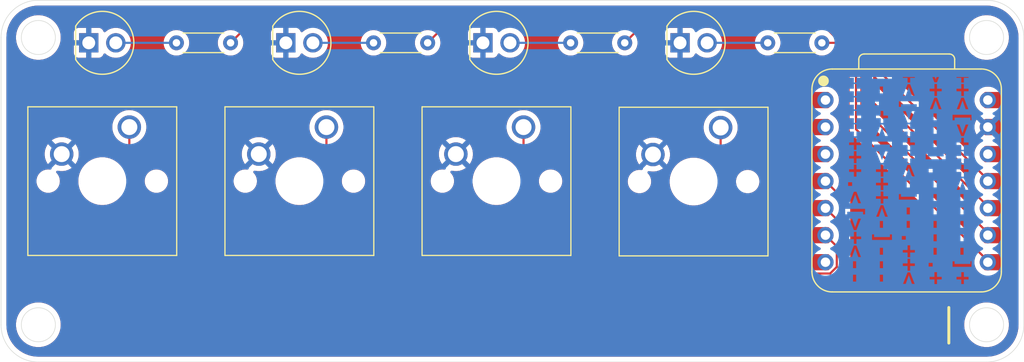
<source format=kicad_pcb>
(kicad_pcb (version 20241229) (generator "pcbnew") (generator_version "9.0")
  (layers (0 "F.Cu" signal) (2 "B.Cu" signal) (13 "F.Paste" user) (15 "B.Paste" user) (5 "F.SilkS" user "F.Silkscreen") (7 "B.SilkS" user "B.Silkscreen") (1 "F.Mask" user) (3 "B.Mask" user) (25 "Edge.Cuts" user))
  (net 0 "")
  (net 1 "GND")
  (net 2 "Net-(D1-PadA)")
  (net 3 "Net-(D2-PadA)")
  (net 4 "Net-(D3-PadA)")
  (net 5 "Net-(D4-PadA)")
  (net 6 "d1")
  (net 7 "d2")
  (net 8 "d3")
  (net 9 "d4")
  (net 10 "sw1")
  (net 11 "sw2")
  (net 12 "sw3")
  (net 13 "sw4")
  (footprint "Button_Switch_Keyboard:SW_Cherry_MX_1.00u_PCB" (layer "F.Cu") (at 144.04 54.92)
    (property "Reference" "SW3" (hide yes))
    (property "Value" "SW_Push")
    (fp_line (start -9.525 -1.905) (end 4.445 -1.905) (stroke (width 0.12)) (layer "F.SilkS"))
    (fp_line (start -9.525 12.065) (end -9.525 -1.905) (stroke (width 0.12)) (layer "F.SilkS"))
    (fp_line (start 4.445 -1.905) (end 4.445 12.065) (stroke (width 0.12)) (layer "F.SilkS"))
    (fp_line (start 4.445 12.065) (end -9.525 12.065) (stroke (width 0.12)) (layer "F.SilkS"))
    (pad "" np_thru_hole circle (at -7.62 5.08) (size 1.7 1.7) (drill 1.7) (layers "*.Cu" "*.Mask"))
    (pad "" np_thru_hole circle (at -2.54 5.08) (size 4 4) (drill 4) (layers "*.Cu" "*.Mask"))
    (pad "" np_thru_hole circle (at 2.54 5.08) (size 1.7 1.7) (drill 1.7) (layers "*.Cu" "*.Mask"))
    (pad "1" thru_hole circle (at 0 0) (size 2.2 2.2) (drill 1.5) (layers "*.Cu" "*.Mask") (net 12 "sw3"))
    (pad "2" thru_hole circle (at -6.35 2.54) (size 2.2 2.2) (drill 1.5) (layers "*.Cu" "*.Mask") (net 1 "GND"))
  )
  (footprint "Resistor_THT:R_Axial_DIN0204_L3.6mm_D1.6mm_P5.08mm_Horizontal" (layer "F.Cu") (at 148.46 47)
    (property "Reference" "R3" (hide yes))
    (property "Value" "R")
    (fp_line (start 0.62 -0.92) (end 4.46 -0.92) (stroke (width 0.12)) (layer "F.SilkS"))
    (fp_line (start 0.62 0.92) (end 4.46 0.92) (stroke (width 0.12)) (layer "F.SilkS"))
    (pad "1" thru_hole circle (at 0 0) (size 1.4 1.4) (drill 0.7) (layers "*.Cu" "*.Mask") (net 4 "Net-(D3-PadA)"))
    (pad "2" thru_hole circle (at 5.08 0) (size 1.4 1.4) (drill 0.7) (layers "*.Cu" "*.Mask") (net 8 "d3"))
  )
  (footprint "footprints:LEDRD254W57D500H1070" (layer "F.Cu") (at 141.5 47)
    (property "Reference" "D3" (hide yes))
    (property "Value" "L08R5000Q1" (hide yes))
    (fp_line (start -2.5 -1.566) (end -2.5 1.566) (stroke (width 0.127)) (layer "F.SilkS"))
    (fp_arc (start -2.5 -1.566) (mid 2.961291 0) (end -2.5 1.566) (stroke (width 0.127)) (layer "F.SilkS"))
    (pad "A" thru_hole circle (at 1.27 0) (size 1.815 1.815) (drill 1.21) (layers "*.Cu" "*.Mask") (net 4 "Net-(D3-PadA)"))
    (pad "C" thru_hole rect (at -1.27 0) (size 1.815 1.815) (drill 1.21) (layers "*.Cu" "*.Mask") (net 1 "GND"))
  )
  (footprint "Button_Switch_Keyboard:SW_Cherry_MX_1.00u_PCB" (layer "F.Cu") (at 125.54 54.92)
    (property "Reference" "SW2" (hide yes))
    (property "Value" "SW_Push")
    (fp_line (start -9.525 -1.905) (end 4.445 -1.905) (stroke (width 0.12)) (layer "F.SilkS"))
    (fp_line (start -9.525 12.065) (end -9.525 -1.905) (stroke (width 0.12)) (layer "F.SilkS"))
    (fp_line (start 4.445 -1.905) (end 4.445 12.065) (stroke (width 0.12)) (layer "F.SilkS"))
    (fp_line (start 4.445 12.065) (end -9.525 12.065) (stroke (width 0.12)) (layer "F.SilkS"))
    (pad "" np_thru_hole circle (at -7.62 5.08) (size 1.7 1.7) (drill 1.7) (layers "*.Cu" "*.Mask"))
    (pad "" np_thru_hole circle (at -2.54 5.08) (size 4 4) (drill 4) (layers "*.Cu" "*.Mask"))
    (pad "" np_thru_hole circle (at 2.54 5.08) (size 1.7 1.7) (drill 1.7) (layers "*.Cu" "*.Mask"))
    (pad "1" thru_hole circle (at 0 0) (size 2.2 2.2) (drill 1.5) (layers "*.Cu" "*.Mask") (net 11 "sw2"))
    (pad "2" thru_hole circle (at -6.35 2.54) (size 2.2 2.2) (drill 1.5) (layers "*.Cu" "*.Mask") (net 1 "GND"))
  )
  (footprint "Resistor_THT:R_Axial_DIN0204_L3.6mm_D1.6mm_P5.08mm_Horizontal" (layer "F.Cu") (at 129.96 47)
    (property "Reference" "R2" (hide yes))
    (property "Value" "R")
    (fp_line (start 0.62 -0.92) (end 4.46 -0.92) (stroke (width 0.12)) (layer "F.SilkS"))
    (fp_line (start 0.62 0.92) (end 4.46 0.92) (stroke (width 0.12)) (layer "F.SilkS"))
    (pad "1" thru_hole circle (at 0 0) (size 1.4 1.4) (drill 0.7) (layers "*.Cu" "*.Mask") (net 3 "Net-(D2-PadA)"))
    (pad "2" thru_hole circle (at 5.08 0) (size 1.4 1.4) (drill 0.7) (layers "*.Cu" "*.Mask") (net 7 "d2"))
  )
  (footprint "Button_Switch_Keyboard:SW_Cherry_MX_1.00u_PCB" (layer "F.Cu") (at 107.04 54.92)
    (property "Reference" "SW1" (hide yes))
    (property "Value" "SW_Push")
    (fp_line (start -9.525 -1.905) (end 4.445 -1.905) (stroke (width 0.12)) (layer "F.SilkS"))
    (fp_line (start -9.525 12.065) (end -9.525 -1.905) (stroke (width 0.12)) (layer "F.SilkS"))
    (fp_line (start 4.445 -1.905) (end 4.445 12.065) (stroke (width 0.12)) (layer "F.SilkS"))
    (fp_line (start 4.445 12.065) (end -9.525 12.065) (stroke (width 0.12)) (layer "F.SilkS"))
    (pad "" np_thru_hole circle (at -7.62 5.08) (size 1.7 1.7) (drill 1.7) (layers "*.Cu" "*.Mask"))
    (pad "" np_thru_hole circle (at -2.54 5.08) (size 4 4) (drill 4) (layers "*.Cu" "*.Mask"))
    (pad "" np_thru_hole circle (at 2.54 5.08) (size 1.7 1.7) (drill 1.7) (layers "*.Cu" "*.Mask"))
    (pad "1" thru_hole circle (at 0 0) (size 2.2 2.2) (drill 1.5) (layers "*.Cu" "*.Mask") (net 10 "sw1"))
    (pad "2" thru_hole circle (at -6.35 2.54) (size 2.2 2.2) (drill 1.5) (layers "*.Cu" "*.Mask") (net 1 "GND"))
  )
  (footprint "Resistor_THT:R_Axial_DIN0204_L3.6mm_D1.6mm_P5.08mm_Horizontal" (layer "F.Cu") (at 111.46 47)
    (property "Reference" "R1" (hide yes))
    (property "Value" "R")
    (fp_line (start 0.62 -0.92) (end 4.46 -0.92) (stroke (width 0.12)) (layer "F.SilkS"))
    (fp_line (start 0.62 0.92) (end 4.46 0.92) (stroke (width 0.12)) (layer "F.SilkS"))
    (pad "1" thru_hole circle (at 0 0) (size 1.4 1.4) (drill 0.7) (layers "*.Cu" "*.Mask") (net 2 "Net-(D1-PadA)"))
    (pad "2" thru_hole circle (at 5.08 0) (size 1.4 1.4) (drill 0.7) (layers "*.Cu" "*.Mask") (net 6 "d1"))
  )
  (footprint "footprints:LEDRD254W57D500H1070" (layer "F.Cu") (at 104.5 47)
    (property "Reference" "D1" (hide yes))
    (property "Value" "L08R5000Q1" (hide yes))
    (fp_line (start -2.5 -1.566) (end -2.5 1.566) (stroke (width 0.127)) (layer "F.SilkS"))
    (fp_arc (start -2.5 -1.566) (mid 2.961291 0) (end -2.5 1.566) (stroke (width 0.127)) (layer "F.SilkS"))
    (pad "A" thru_hole circle (at 1.27 0) (size 1.815 1.815) (drill 1.21) (layers "*.Cu" "*.Mask") (net 2 "Net-(D1-PadA)"))
    (pad "C" thru_hole rect (at -1.27 0) (size 1.815 1.815) (drill 1.21) (layers "*.Cu" "*.Mask") (net 1 "GND"))
  )
  (footprint "footprints:LEDRD254W57D500H1070" (layer "F.Cu") (at 123 47)
    (property "Reference" "D2" (hide yes))
    (property "Value" "L08R5000Q1" (hide yes))
    (fp_line (start -2.5 -1.566) (end -2.5 1.566) (stroke (width 0.127)) (layer "F.SilkS"))
    (fp_arc (start -2.5 -1.566) (mid 2.961291 0) (end -2.5 1.566) (stroke (width 0.127)) (layer "F.SilkS"))
    (pad "A" thru_hole circle (at 1.27 0) (size 1.815 1.815) (drill 1.21) (layers "*.Cu" "*.Mask") (net 3 "Net-(D2-PadA)"))
    (pad "C" thru_hole rect (at -1.27 0) (size 1.815 1.815) (drill 1.21) (layers "*.Cu" "*.Mask") (net 1 "GND"))
  )
  (footprint "footprints:XIAO-RP2040-DIP" (layer "F.Cu") (at 180 60)
    (property "Reference" "U1" (hide yes))
    (property "Value" "XIAO-RP2040-DIP")
    (fp_line (start -8.89 8.509) (end -8.89 -8.636) (stroke (width 0.127)) (layer "F.SilkS"))
    (fp_line (start -6.985 10.414) (end 6.985 10.414) (stroke (width 0.127)) (layer "F.SilkS"))
    (fp_line (start -4.495 -10.541) (end -4.491272 -11.451272) (stroke (width 0.127)) (layer "F.SilkS"))
    (fp_line (start -3.991272 -11.951) (end 4.004 -11.951) (stroke (width 0.127)) (layer "F.SilkS"))
    (fp_line (start 4.504 -11.451) (end 4.504 -10.541) (stroke (width 0.127)) (layer "F.SilkS"))
    (fp_line (start 6.985 -10.541) (end -6.985 -10.541) (stroke (width 0.1)) (layer "F.SilkS"))
    (fp_line (start 6.985 -10.541) (end -6.985 -10.541) (stroke (width 0.127)) (layer "F.SilkS"))
    (fp_line (start 8.89 8.509) (end 8.89 -8.636) (stroke (width 0.127)) (layer "F.SilkS"))
    (fp_arc (start -8.89 -8.636) (mid -8.332038 -9.983038) (end -6.985 -10.541) (stroke (width 0.127)) (layer "F.SilkS"))
    (fp_arc (start -6.985 10.414) (mid -8.332038 9.856038) (end -8.89 8.509) (stroke (width 0.127)) (layer "F.SilkS"))
    (fp_arc (start -4.491272 -11.451272) (mid -4.344728 -11.80464) (end -3.991272 -11.951) (stroke (width 0.127)) (layer "F.SilkS"))
    (fp_arc (start 4.004 -11.951) (mid 4.357553 -11.804553) (end 4.504 -11.451) (stroke (width 0.127)) (layer "F.SilkS"))
    (fp_arc (start 6.985 -10.541) (mid 8.332038 -9.983038) (end 8.89 -8.636) (stroke (width 0.127)) (layer "F.SilkS"))
    (fp_arc (start 8.89 8.509) (mid 8.332038 9.856038) (end 6.985 10.414) (stroke (width 0.127)) (layer "F.SilkS"))
    (fp_circle (center -7.807 -9.42) (end -7.807 -9.674) (stroke (width 0.5)) (fill yes) (layer "F.SilkS"))
    (pad "1" smd roundrect (at -8.455 -7.62 180) (size 2.432 1.524) (layers "F.Cu" "F.Mask") (roundrect_rratio 0.1))
    (pad "1" thru_hole circle (at -7.62 -7.62 180) (size 1.524 1.524) (drill 0.889) (layers "*.Cu" "*.Mask"))
    (pad "2" smd roundrect (at -8.455 -5.08 180) (size 2.432 1.524) (layers "F.Cu" "F.Mask") (roundrect_rratio 0.1))
    (pad "2" thru_hole circle (at -7.62 -5.08 180) (size 1.524 1.524) (drill 0.889) (layers "*.Cu" "*.Mask"))
    (pad "3" smd roundrect (at -8.455 -2.54 180) (size 2.432 1.524) (layers "F.Cu" "F.Mask") (roundrect_rratio 0.1))
    (pad "3" thru_hole circle (at -7.62 -2.54 180) (size 1.524 1.524) (drill 0.889) (layers "*.Cu" "*.Mask"))
    (pad "4" smd roundrect (at -8.455 0 180) (size 2.432 1.524) (layers "F.Cu" "F.Mask") (roundrect_rratio 0.1) (net 10 "sw1"))
    (pad "4" thru_hole circle (at -7.62 0 180) (size 1.524 1.524) (drill 0.889) (layers "*.Cu" "*.Mask") (net 10 "sw1"))
    (pad "5" smd roundrect (at -8.455 2.54 180) (size 2.432 1.524) (layers "F.Cu" "F.Mask") (roundrect_rratio 0.1) (net 11 "sw2"))
    (pad "5" thru_hole circle (at -7.62 2.54 180) (size 1.524 1.524) (drill 0.889) (layers "*.Cu" "*.Mask") (net 11 "sw2"))
    (pad "6" smd roundrect (at -8.455 5.08 180) (size 2.432 1.524) (layers "F.Cu" "F.Mask") (roundrect_rratio 0.1) (net 12 "sw3"))
    (pad "6" thru_hole circle (at -7.62 5.08 180) (size 1.524 1.524) (drill 0.889) (layers "*.Cu" "*.Mask") (net 12 "sw3"))
    (pad "7" smd roundrect (at -8.455 7.62 180) (size 2.432 1.524) (layers "F.Cu" "F.Mask") (roundrect_rratio 0.1) (net 13 "sw4"))
    (pad "7" thru_hole circle (at -7.62 7.62 180) (size 1.524 1.524) (drill 0.889) (layers "*.Cu" "*.Mask") (net 13 "sw4"))
    (pad "8" thru_hole circle (at 7.62 7.62) (size 1.524 1.524) (drill 0.889) (layers "*.Cu" "*.Mask") (net 9 "d4"))
    (pad "8" smd roundrect (at 8.455 7.62) (size 2.432 1.524) (layers "F.Cu" "F.Mask") (roundrect_rratio 0.1) (net 9 "d4"))
    (pad "9" thru_hole circle (at 7.62 5.08) (size 1.524 1.524) (drill 0.889) (layers "*.Cu" "*.Mask") (net 8 "d3"))
    (pad "9" smd roundrect (at 8.455 5.08) (size 2.432 1.524) (layers "F.Cu" "F.Mask") (roundrect_rratio 0.1) (net 8 "d3"))
    (pad "10" thru_hole circle (at 7.62 2.54) (size 1.524 1.524) (drill 0.889) (layers "*.Cu" "*.Mask") (net 7 "d2"))
    (pad "10" smd roundrect (at 8.455 2.54) (size 2.432 1.524) (layers "F.Cu" "F.Mask") (roundrect_rratio 0.1) (net 7 "d2"))
    (pad "11" thru_hole circle (at 7.62 0) (size 1.524 1.524) (drill 0.889) (layers "*.Cu" "*.Mask") (net 6 "d1"))
    (pad "11" smd roundrect (at 8.455 0) (size 2.432 1.524) (layers "F.Cu" "F.Mask") (roundrect_rratio 0.1) (net 6 "d1"))
    (pad "12" thru_hole circle (at 7.62 -2.54) (size 1.524 1.524) (drill 0.889) (layers "*.Cu" "*.Mask"))
    (pad "12" smd roundrect (at 8.455 -2.54) (size 2.432 1.524) (layers "F.Cu" "F.Mask") (roundrect_rratio 0.1))
    (pad "13" thru_hole circle (at 7.62 -5.08) (size 1.524 1.524) (drill 0.889) (layers "*.Cu" "*.Mask") (net 1 "GND"))
    (pad "13" smd roundrect (at 8.455 -5.08) (size 2.432 1.524) (layers "F.Cu" "F.Mask") (roundrect_rratio 0.1) (net 1 "GND"))
    (pad "14" thru_hole circle (at 7.62 -7.62) (size 1.524 1.524) (drill 0.889) (layers "*.Cu" "*.Mask"))
    (pad "14" smd roundrect (at 8.455 -7.62) (size 2.432 1.524) (layers "F.Cu" "F.Mask") (roundrect_rratio 0.1))
  )
  (footprint "Resistor_THT:R_Axial_DIN0204_L3.6mm_D1.6mm_P5.08mm_Horizontal" (layer "F.Cu") (at 166.96 47)
    (property "Reference" "R4" (hide yes))
    (property "Value" "R")
    (fp_line (start 0.62 -0.92) (end 4.46 -0.92) (stroke (width 0.12)) (layer "F.SilkS"))
    (fp_line (start 0.62 0.92) (end 4.46 0.92) (stroke (width 0.12)) (layer "F.SilkS"))
    (pad "1" thru_hole circle (at 0 0) (size 1.4 1.4) (drill 0.7) (layers "*.Cu" "*.Mask") (net 5 "Net-(D4-PadA)"))
    (pad "2" thru_hole circle (at 5.08 0) (size 1.4 1.4) (drill 0.7) (layers "*.Cu" "*.Mask") (net 9 "d4"))
  )
  (footprint "footprints:LEDRD254W57D500H1070" (layer "F.Cu") (at 160 47)
    (property "Reference" "D4" (hide yes))
    (property "Value" "L08R5000Q1" (hide yes))
    (fp_line (start -2.5 -1.566) (end -2.5 1.566) (stroke (width 0.127)) (layer "F.SilkS"))
    (fp_arc (start -2.5 -1.566) (mid 2.961291 0) (end -2.5 1.566) (stroke (width 0.127)) (layer "F.SilkS"))
    (pad "A" thru_hole circle (at 1.27 0) (size 1.815 1.815) (drill 1.21) (layers "*.Cu" "*.Mask") (net 5 "Net-(D4-PadA)"))
    (pad "C" thru_hole rect (at -1.27 0) (size 1.815 1.815) (drill 1.21) (layers "*.Cu" "*.Mask") (net 1 "GND"))
  )
  (footprint "Button_Switch_Keyboard:SW_Cherry_MX_1.00u_PCB" (layer "F.Cu") (at 162.54 54.96)
    (property "Reference" "SW4" (hide yes))
    (property "Value" "SW_Push")
    (fp_line (start -9.525 -1.905) (end 4.445 -1.905) (stroke (width 0.12)) (layer "F.SilkS"))
    (fp_line (start -9.525 12.065) (end -9.525 -1.905) (stroke (width 0.12)) (layer "F.SilkS"))
    (fp_line (start 4.445 -1.905) (end 4.445 12.065) (stroke (width 0.12)) (layer "F.SilkS"))
    (fp_line (start 4.445 12.065) (end -9.525 12.065) (stroke (width 0.12)) (layer "F.SilkS"))
    (pad "" np_thru_hole circle (at -7.62 5.08) (size 1.7 1.7) (drill 1.7) (layers "*.Cu" "*.Mask"))
    (pad "" np_thru_hole circle (at -2.54 5.08) (size 4 4) (drill 4) (layers "*.Cu" "*.Mask"))
    (pad "" np_thru_hole circle (at 2.54 5.08) (size 1.7 1.7) (drill 1.7) (layers "*.Cu" "*.Mask"))
    (pad "1" thru_hole circle (at 0 0) (size 2.2 2.2) (drill 1.5) (layers "*.Cu" "*.Mask") (net 13 "sw4"))
    (pad "2" thru_hole circle (at -6.35 2.54) (size 2.2 2.2) (drill 1.5) (layers "*.Cu" "*.Mask") (net 1 "GND"))
  )
  (gr_line (start 183.957175 71.878473) (end 183.957175 75.219695) (stroke (width 0.275)) (layer "F.SilkS"))
  (gr_arc (start 98.5 77) (mid 96.025126 75.974874) (end 95 73.5) (stroke (width 0.05)) (layer "Edge.Cuts"))
  (gr_circle (center 98.5 73.5) (end 100.1 73.5) (stroke (width 0.05)) (fill no) (layer "Edge.Cuts"))
  (gr_circle (center 187.5 46.5) (end 189.1 46.5) (stroke (width 0.05)) (fill no) (layer "Edge.Cuts"))
  (gr_line (start 98.5 43) (end 187.5 43) (stroke (width 0.05)) (layer "Edge.Cuts"))
  (gr_line (start 95 73.5) (end 95 46.5) (stroke (width 0.05)) (layer "Edge.Cuts"))
  (gr_arc (start 187.5 43) (mid 189.974874 44.025126) (end 191 46.5) (stroke (width 0.05)) (layer "Edge.Cuts"))
  (gr_arc (start 191 73.5) (mid 189.974874 75.974874) (end 187.5 77) (stroke (width 0.05)) (layer "Edge.Cuts"))
  (gr_circle (center 187.5 73.5) (end 189.1 73.5) (stroke (width 0.05)) (fill no) (layer "Edge.Cuts"))
  (gr_line (start 191 46.5) (end 191 73.5) (stroke (width 0.05)) (layer "Edge.Cuts"))
  (gr_line (start 187.5 77) (end 98.5 77) (stroke (width 0.05)) (layer "Edge.Cuts"))
  (gr_arc (start 95 46.5) (mid 96.025126 44.025126) (end 98.5 43) (stroke (width 0.05)) (layer "Edge.Cuts"))
  (gr_circle (center 98.5 46.5) (end 100.1 46.5) (stroke (width 0.05)) (fill no) (layer "Edge.Cuts"))
  (gr_text "+[----->+++<]>+++\n+.------.[--->+<]\n>++.--[->+++<]>+.\n---[->+++<]>+.-[-\n-->+<]>.++++++++." (at 174.25 69.75 270) (layer "B.Cu" knockout) (effects (font (size 1.5 1.5) (thickness 0.3) (bold yes)) (justify left bottom mirror)))
  (segment (start 156.15 57.46) (end 156.19 57.5) (width 0.2) (layer "B.Cu") (net 1))
  (segment (start 105.77 47) (end 111.46 47) (width 0.2) (layer "B.Cu") (net 2))
  (segment (start 129.96 47) (end 124.27 47) (width 0.2) (layer "B.Cu") (net 3))
  (segment (start 142.77 47) (end 148.46 47) (width 0.2) (layer "B.Cu") (net 4))
  (segment (start 161.27 47) (end 166.96 47) (width 0.2) (layer "B.Cu") (net 5))
  (segment (start 172.594 44.844) (end 118.696 44.844) (width 0.2) (layer "F.Cu") (net 6))
  (segment (start 187.62 60) (end 187.62 59.87) (width 0.2) (layer "F.Cu") (net 6))
  (segment (start 118.696 44.844) (end 116.54 47) (width 0.2) (layer "F.Cu") (net 6))
  (segment (start 187.62 59.87) (end 172.594 44.844) (width 0.2) (layer "F.Cu") (net 6))
  (segment (start 176.25 48.963862) (end 172.458138 45.172) (width 0.2) (layer "F.Cu") (net 7))
  (segment (start 136.868 45.172) (end 135.04 47) (width 0.2) (layer "F.Cu") (net 7))
  (segment (start 172.458138 45.172) (end 136.868 45.172) (width 0.2) (layer "F.Cu") (net 7))
  (segment (start 188.455 62.54) (end 187.79 62.54) (width 0.2) (layer "F.Cu") (net 7))
  (segment (start 187.79 62.54) (end 176.25 51) (width 0.2) (layer "F.Cu") (net 7))
  (segment (start 176.25 51) (end 176.25 48.963862) (width 0.2) (layer "F.Cu") (net 7))
  (segment (start 175.75 48.927724) (end 175.75 53) (width 0.2) (layer "F.Cu") (net 8))
  (segment (start 187.83 65.08) (end 188.455 65.08) (width 0.2) (layer "F.Cu") (net 8))
  (segment (start 175.75 53) (end 187.83 65.08) (width 0.2) (layer "F.Cu") (net 8))
  (segment (start 155.04 45.5) (end 172.322276 45.5) (width 0.2) (layer "F.Cu") (net 8))
  (segment (start 172.322276 45.5) (end 175.75 48.927724) (width 0.2) (layer "F.Cu") (net 8))
  (segment (start 153.54 47) (end 155.04 45.5) (width 0.2) (layer "F.Cu") (net 8))
  (segment (start 175.25 55.125) (end 175.25 48.891586) (width 0.2) (layer "F.Cu") (net 9))
  (segment (start 187.62 67.495) (end 175.25 55.125) (width 0.2) (layer "F.Cu") (net 9))
  (segment (start 172.04 47) (end 172.04 46.46) (width 0.2) (layer "F.Cu") (net 9))
  (segment (start 175.25 48.891586) (end 173.358414 47) (width 0.2) (layer "F.Cu") (net 9))
  (segment (start 187.62 67.62) (end 187.62 67.495) (width 0.2) (layer "F.Cu") (net 9))
  (segment (start 173.358414 47) (end 172.04 47) (width 0.2) (layer "F.Cu") (net 9))
  (segment (start 174.099 68.332034) (end 173.092034 69.339) (width 0.2) (layer "F.Cu") (net 10))
  (segment (start 174.099 61.719) (end 174.099 68.332034) (width 0.2) (layer "F.Cu") (net 10))
  (segment (start 107.04 62.29) (end 107.04 54.92) (width 0.2) (layer "F.Cu") (net 10))
  (segment (start 173.092034 69.339) (end 114.089 69.339) (width 0.2) (layer "F.Cu") (net 10))
  (segment (start 172.38 60) (end 174.099 61.719) (width 0.2) (layer "F.Cu") (net 10))
  (segment (start 114.089 69.339) (end 107.04 62.29) (width 0.2) (layer "F.Cu") (net 10))
  (segment (start 132.511 69.011) (end 125.54 62.04) (width 0.2) (layer "F.Cu") (net 11))
  (segment (start 125.54 62.04) (end 125.54 54.92) (width 0.2) (layer "F.Cu") (net 11))
  (segment (start 173.771 68.196172) (end 172.956172 69.011) (width 0.2) (layer "F.Cu") (net 11))
  (segment (start 172.38 62.54) (end 173.771 63.931) (width 0.2) (layer "F.Cu") (net 11))
  (segment (start 172.956172 69.011) (end 132.511 69.011) (width 0.2) (layer "F.Cu") (net 11))
  (segment (start 173.771 63.931) (end 173.771 68.196172) (width 0.2) (layer "F.Cu") (net 11))
  (segment (start 173.443 66.143) (end 172.38 65.08) (width 0.2) (layer "F.Cu") (net 12))
  (segment (start 144.04 62.04) (end 150.683 68.683) (width 0.2) (layer "F.Cu") (net 12))
  (segment (start 172.82031 68.683) (end 173.443 68.06031) (width 0.2) (layer "F.Cu") (net 12))
  (segment (start 173.443 68.06031) (end 173.443 66.143) (width 0.2) (layer "F.Cu") (net 12))
  (segment (start 144.04 54.92) (end 144.04 62.04) (width 0.2) (layer "F.Cu") (net 12))
  (segment (start 150.683 68.683) (end 172.82031 68.683) (width 0.2) (layer "F.Cu") (net 12))
  (segment (start 162.54 60.04) (end 170.12 67.62) (width 0.2) (layer "F.Cu") (net 13))
  (segment (start 170.12 67.62) (end 171.545 67.62) (width 0.2) (layer "F.Cu") (net 13))
  (segment (start 162.54 54.96) (end 162.54 60.04) (width 0.2) (layer "F.Cu") (net 13))
  (zone (net 0) (net_name "") (layer "F.Cu") (priority 1) (connect_pads (clearance 0.5)) (min_thickness 0.25) (fill yes (thermal_gap 0.5) (thermal_bridge_width 0.5) (island_removal_mode 1) (island_area_min 10))
    (polygon (pts (xy 95 43) (xy 95 77) (xy 190.75 77) (xy 191 43)))
  )
  (zone (net 1) (net_name "GND") (layer "B.Cu") (connect_pads (clearance 0.5)) (min_thickness 0.25) (fill yes (thermal_gap 0.5) (thermal_bridge_width 0.5))
    (polygon (pts (xy 95 43) (xy 95 77) (xy 191 77) (xy 191 43)))
  )
)
</source>
